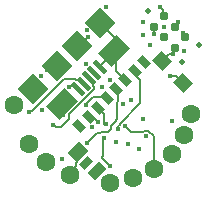
<source format=gbl>
%FSTAX23Y23*%
%MOIN*%
%SFA1B1*%

%IPPOS*%
%AMD52*
4,1,4,0.051500,-0.001400,-0.001400,0.051500,-0.051500,0.001400,0.001400,-0.051500,0.051500,-0.001400,0.0*
%
%AMD53*
4,1,4,0.000000,0.052900,-0.052900,0.000000,0.000000,-0.052900,0.052900,0.000000,0.000000,0.052900,0.0*
%
%AMD54*
4,1,4,0.008400,0.052800,-0.052800,-0.008400,-0.008400,-0.052800,0.052800,0.008400,0.008400,0.052800,0.0*
%
%AMD55*
4,1,4,0.024300,-0.013200,-0.013200,0.024300,-0.024300,0.013200,0.013200,-0.024300,0.024300,-0.013200,0.0*
%
%AMD56*
4,1,4,-0.006900,-0.032000,0.032000,0.006900,0.006900,0.032000,-0.032000,-0.006900,-0.006900,-0.032000,0.0*
%
%AMD57*
4,1,4,-0.004200,-0.023500,0.023500,0.004200,0.004200,0.023500,-0.023500,-0.004200,-0.004200,-0.023500,0.0*
%
%AMD58*
4,1,4,-0.002800,-0.036100,0.036100,0.002800,0.002800,0.036100,-0.036100,-0.002800,-0.002800,-0.036100,0.0*
%
%AMD59*
4,1,4,-0.032700,0.000700,0.000700,-0.032700,0.032700,-0.000700,-0.000700,0.032700,-0.032700,0.000700,0.0*
%
%AMD60*
4,1,4,-0.023500,0.004200,0.004200,-0.023500,0.023500,-0.004200,-0.004200,0.023500,-0.023500,0.004200,0.0*
%
%ADD15C,0.006000*%
%ADD44C,0.008000*%
%ADD46C,0.019490*%
%ADD47C,0.017720*%
%ADD48C,0.062990*%
%ADD51C,0.030980*%
G04~CAMADD=52~9~0.0~0.0~748.0~708.7~0.0~0.0~0~0.0~0.0~0.0~0.0~0~0.0~0.0~0.0~0.0~0~0.0~0.0~0.0~315.0~1030.0~1029.0*
%ADD52D52*%
G04~CAMADD=53~10~0.0~748.0~0.0~0.0~0.0~0.0~0~0.0~0.0~0.0~0.0~0~0.0~0.0~0.0~0.0~0~0.0~0.0~0.0~405.0~748.0~0.0*
%ADD53D53*%
G04~CAMADD=54~9~0.0~0.0~866.1~629.9~0.0~0.0~0~0.0~0.0~0.0~0.0~0~0.0~0.0~0.0~0.0~0~0.0~0.0~0.0~45.0~1056.0~1055.0*
%ADD54D54*%
G04~CAMADD=55~9~0.0~0.0~531.5~157.5~0.0~0.0~0~0.0~0.0~0.0~0.0~0~0.0~0.0~0.0~0.0~0~0.0~0.0~0.0~315.0~486.0~485.0*
%ADD55D55*%
G04~CAMADD=56~9~0.0~0.0~551.2~354.3~0.0~0.0~0~0.0~0.0~0.0~0.0~0~0.0~0.0~0.0~0.0~0~0.0~0.0~0.0~225.0~640.0~639.0*
%ADD56D56*%
G04~CAMADD=57~9~0.0~0.0~393.7~275.6~0.0~0.0~0~0.0~0.0~0.0~0.0~0~0.0~0.0~0.0~0.0~0~0.0~0.0~0.0~225.0~470.0~469.0*
%ADD57D57*%
G04~CAMADD=58~9~0.0~0.0~551.2~472.4~0.0~0.0~0~0.0~0.0~0.0~0.0~0~0.0~0.0~0.0~0.0~0~0.0~0.0~0.0~225.0~722.0~721.0*
%ADD58D58*%
G04~CAMADD=59~9~0.0~0.0~472.4~452.8~0.0~0.0~0~0.0~0.0~0.0~0.0~0~0.0~0.0~0.0~0.0~0~0.0~0.0~0.0~135.0~654.0~653.0*
%ADD59D59*%
G04~CAMADD=60~9~0.0~0.0~393.7~275.6~0.0~0.0~0~0.0~0.0~0.0~0.0~0~0.0~0.0~0.0~0.0~0~0.0~0.0~0.0~135.0~470.0~469.0*
%ADD60D60*%
%LNkoosh_sd_card_base_v1_1-1*%
%LPD*%
G54D15*
X00313Y00168D02*
X00323Y00179D01*
X00487Y00585D02*
X00497Y00575D01*
X00485Y00585D02*
X00487D01*
X00464Y00495D02*
X00465Y00495D01*
X00464Y0052D02*
X00464Y0052D01*
Y00495D02*
Y0052D01*
X00185Y00035D02*
X00187D01*
X0021Y001D02*
X00213Y00103D01*
X0021Y00068D02*
Y001D01*
X00207Y00065D02*
X0021Y00068D01*
X00207Y00055D02*
Y00065D01*
X00187Y00035D02*
X00207Y00055D01*
X0036Y00265D02*
X00361Y00264D01*
X0036Y00265D02*
X0036D01*
X00291Y00168D02*
X00313D01*
X00287Y00165D02*
X00291Y00168D01*
X00243Y00132D02*
X00275Y00165D01*
X00287*
X00295Y00088D02*
Y00143D01*
X00293Y00082D02*
X00318Y00057D01*
X00293Y00082D02*
Y00087D01*
X00295Y00088*
X00497Y00558D02*
X005Y00555D01*
X00497Y00558D02*
Y00575D01*
X00491Y00405D02*
X00515Y0043D01*
X0053*
X0054Y00356D02*
X00563Y00333D01*
X00518Y00356D02*
X0054D01*
G54D44*
X00345Y0018D02*
Y00187D01*
X00346Y00189*
X00323Y0019D02*
X0034Y00207D01*
X00323Y00179D02*
Y0019D01*
X00346Y00189D02*
X00351Y00193D01*
X0034Y0048D02*
Y0048D01*
X00341Y00212D02*
Y0027D01*
X00344Y00272D02*
Y00294D01*
X00279Y00204D02*
X0028D01*
X00263Y00219D02*
X00279Y00204D01*
X0025Y00219D02*
X00263D01*
X00302Y00197D02*
X00305D01*
X003Y00195D02*
X00302Y00197D01*
X00299Y00196D02*
X003Y00195D01*
X00299Y00196D02*
Y0023D01*
X0028Y0025D02*
X00299Y0023D01*
X0037Y0019D02*
X0039Y0017D01*
X00428*
X00447Y00173D02*
X00465Y00156D01*
X00428Y0017D02*
X00432Y00173D01*
X00465Y0006D02*
Y00156D01*
X00464Y0006D02*
X00465Y0006D01*
X00432Y00173D02*
X00447D01*
X00182Y0023D02*
X00265Y00313D01*
X00182Y00212D02*
Y0023D01*
X00155Y00185D02*
X00182Y00212D01*
X00058Y00239D02*
X00165Y00347D01*
X0024Y00261D02*
Y00263D01*
X00291Y00286D02*
X00305D01*
X0029Y00285D02*
X00291Y00286D01*
X00279Y00285D02*
X0029D01*
X00278Y00285D02*
X00279Y00285D01*
X0027Y00285D02*
X00278D01*
X0027Y00285D02*
X0027Y00285D01*
X00261Y00285D02*
X0027D01*
X00351Y00197D02*
X00419Y00265D01*
X00351Y00193D02*
Y00197D01*
X0034Y0021D02*
X00341Y00212D01*
X0034Y00207D02*
Y0021D01*
X0057Y00485D02*
Y00488D01*
X00561Y00497D02*
X0057Y00488D01*
X00561Y00497D02*
Y005D01*
X00238Y00396D02*
X0024Y00395D01*
X00419Y00265D02*
Y00342D01*
X0024Y00263D02*
X00261Y00285D01*
X00305Y00286D02*
X0031Y0028D01*
X00216Y00456D02*
X00245Y00485D01*
X00208Y00456D02*
X00216D01*
X00208Y00438D02*
Y00456D01*
X00141Y0039D02*
X0016D01*
X00344Y00295D02*
Y00301D01*
X00339Y00306D02*
X00344Y00301D01*
X00344Y00294D02*
X00344Y00295D01*
X00285Y00039D02*
X00298Y00052D01*
X00277Y00039D02*
X00285D01*
X0013Y00193D02*
X0013D01*
X0005Y00235D02*
X00052D01*
X00057Y00239*
X00058*
X0013Y00193D02*
X00139Y00185D01*
X00155*
X00185Y00323D02*
X00191D01*
X00199Y00325D02*
X00213Y00312D01*
X00191Y00323D02*
X00194Y00325D01*
X00199*
X00183Y00321D02*
X00185Y00323D01*
X00333Y00406D02*
Y0044D01*
Y00406D02*
X0034Y004D01*
Y00374D02*
X00371Y00342D01*
X0034Y00374D02*
Y004D01*
X00284Y00385D02*
X00285Y00385D01*
X00284Y00385D02*
Y00391D01*
X00333Y0044*
X00286Y00534D02*
X0034Y0048D01*
X00065Y00328D02*
Y0035D01*
X00063Y00326D02*
X00065Y00328D01*
X00063Y00312D02*
Y00326D01*
X00402Y00359D02*
X00419Y00342D01*
X00402Y00359D02*
Y00372D01*
X00265Y00313D02*
Y00321D01*
X00249Y00348D02*
X00262Y00335D01*
Y00324D02*
Y00335D01*
Y00324D02*
X00265Y00321D01*
X00204Y00347D02*
X00207Y00344D01*
X00165Y00347D02*
X00204D01*
X00207Y00344D02*
X00217D01*
X00231Y0033*
X00339Y00306D02*
X00341Y00307D01*
G54D46*
X00616Y0046D03*
X0056Y00403D03*
X00446Y00573D03*
G54D47*
X00345Y0018D03*
X00485Y00585D03*
X00545Y00535D03*
X005Y00519D03*
X00452Y0046D03*
X00465Y00495D03*
X00429Y00494D03*
X0034Y0048D03*
X0043Y00535D03*
X00361Y00264D03*
X0039Y00275D03*
X0034Y00135D03*
X0037Y0019D03*
X0028Y00204D03*
X0026Y00185D03*
X00305Y00197D03*
X00298Y00151D03*
X00243Y00132D03*
X0016Y00081D03*
X00415Y00114D03*
X00163Y00226D03*
X0038Y0013D03*
X0024Y00261D03*
X0044Y00155D03*
X00318Y00057D03*
X00525Y00205D03*
X00561Y005D03*
X00564Y00438D03*
X00518Y00356D03*
X00238Y00396D03*
X00241Y00508D03*
X0053Y0043D03*
X00293Y00318D03*
X0032Y00343D03*
X00245Y00485D03*
X0011Y00375D03*
X0043Y00212D03*
X00091Y00242D03*
X0013Y00193D03*
X0005Y00235D03*
X00183Y00321D03*
X00065Y0035D03*
X0009Y00355D03*
X00305Y00586D03*
G54D48*
X0059Y0023D03*
X00565Y0016D03*
X0032Y0D03*
X00465Y00045D03*
X0Y0026D03*
X00185Y00025D03*
X00105Y0007D03*
X00525Y00095D03*
X0005Y0013D03*
X00395Y00015D03*
G54D51*
X00535Y00449D03*
X0057Y00485D03*
X005D03*
X00535Y0052D03*
X00464D03*
X005Y00555D03*
G54D52*
X00286Y00534D03*
X00063Y00312D03*
G54D53*
X00208Y00456D03*
X00141Y0039D03*
G54D54*
X00333Y0044D03*
X00158Y00264D03*
G54D55*
X00285Y00385D03*
X00267Y00367D03*
X00249Y00348D03*
X00231Y0033D03*
X00213Y00312D03*
G54D56*
X00277Y00039D03*
G54D57*
X00239Y00065D03*
G54D58*
X00213Y00103D03*
G54D59*
X00563Y00333D03*
X00491Y00405D03*
G54D60*
X00432Y00404D03*
X00401Y00374D03*
X0037Y00343D03*
X0034Y00313D03*
X00309Y00282D03*
X00279Y00251D03*
X00248Y00221D03*
X00217Y0019D03*
M02*
</source>
